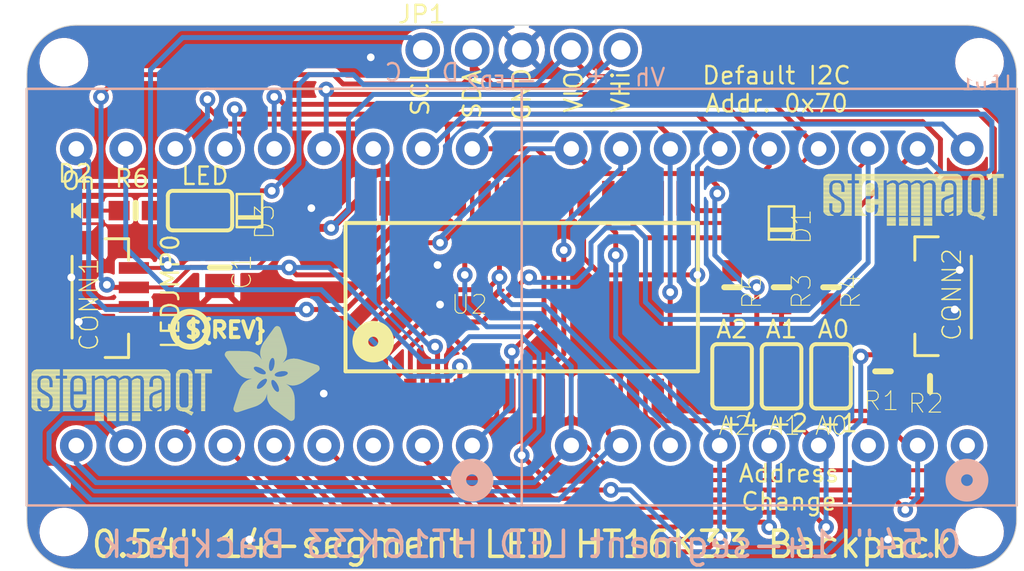
<source format=kicad_pcb>
(kicad_pcb (version 20221018) (generator pcbnew)
  (layers (0 "F.Cu" signal) (1 "In1.Cu" signal) (2 "In2.Cu" signal) (3 "In3.Cu" signal) (4 "In4.Cu" signal) (5 "In5.Cu" signal) (6 "In6.Cu" signal) (7 "In7.Cu" signal) (8 "In8.Cu" signal) (9 "In9.Cu" signal) (10 "In10.Cu" signal) (11 "In11.Cu" signal) (12 "In12.Cu" signal) (13 "In13.Cu" signal) (14 "In14.Cu" signal) (31 "B.Cu" signal) (34 "B.Paste" user) (35 "F.Paste" user) (36 "B.SilkS" user "B.Silkscreen") (37 "F.SilkS" user "F.Silkscreen") (38 "B.Mask" user) (39 "F.Mask" user) (44 "Edge.Cuts" user))
  (net 0 "")
  (net 1 "GND")
  (net 2 "N$19")
  (net 3 "N$20")
  (net 4 "A1")
  (net 5 "COM0")
  (net 6 "N$10")
  (net 7 "N$11")
  (net 8 "N$12")
  (net 9 "N$13")
  (net 10 "N$16")
  (net 11 "A0")
  (net 12 "A2")
  (net 13 "SDA")
  (net 14 "SCL")
  (net 15 "N$1")
  (net 16 "N$7")
  (net 17 "N$4")
  (net 18 "N$5")
  (net 19 "N$6")
  (net 20 "N$8")
  (net 21 "N$9")
  (net 22 "N$14")
  (net 23 "N$15")
  (net 24 "COM1")
  (net 25 "COM2")
  (net 26 "COM3")
  (net 27 "VDDIO")
  (net 28 "N$3")
  (net 29 "N$17")
  (net 30 "V+")
  (footprint "working:1X05_ROUND_70" (layer "F.Cu") (at 148.5011 92.3036)
    (fp_text reference "JP1")
    (fp_text value "")
  )
  (footprint "working:SOD-323F" (layer "F.Cu") (at 161.8361 101.1936 -90)
    (fp_text reference "D1")
    (fp_text value "CUS530")
  )
  (footprint "working:SOLDERJUMPER_REFLOW_NOPASTE" (layer "F.Cu") (at 164.3761 109.0676 -90)
    (fp_text reference "A0")
    (fp_text value "" hide)
  )
  (footprint "working:0603-NO" (layer "F.Cu") (at 164.3761 104.4956 -90)
    (fp_text reference "R4")
    (fp_text value "47K")
  )
  (footprint "working:FIDUCIAL_1MM" (layer "F.Cu") (at 124.3711 114.6556)
    (fp_text reference "U$2" hide)
    (fp_text value "FIDUCIAL" hide)
  )
  (footprint "working:SOP28_300MIL_SKINNY" (layer "F.Cu") (at 148.5011 105.0036)
    (fp_text reference "U2")
    (fp_text value "HT16K33")
  )
  (footprint "working:STEMMAQT" (layer "F.Cu") (at 123.3551 111.3536)
    (fp_text reference "U$6" hide)
    (fp_text value "" hide)
  )
  (footprint "working:SOLDERJUMPER_REFLOW_NOPASTE" (layer "F.Cu") (at 161.8361 109.0676 -90)
    (fp_text reference "A1")
    (fp_text value "" hide)
  )
  (footprint "working:FIDUCIAL_1MM" (layer "F.Cu") (at 167.5511 94.2086)
    (fp_text reference "U$1" hide)
    (fp_text value "FIDUCIAL" hide)
  )
  (footprint "" (layer "F.Cu") (at 125.0061 117.0686)
    (fp_text reference "@HOLE0" hide)
    (fp_text value "")
  )
  (footprint "working:0603-NO" (layer "F.Cu") (at 169.4561 109.4486 180)
    (fp_text reference "R2")
    (fp_text value "10K")
  )
  (footprint "working:ADAFRUIT_5MM" (layer "F.Cu") (at 133.2611 111.3536)
    (fp_text reference "U$3" hide)
    (fp_text value "" hide)
  )
  (footprint "working:JST_SH4_RA" (layer "F.Cu") (at 126.9111 105.0036 -90)
    (fp_text reference "CONN1")
    (fp_text value "STEMMA_I2C_QTRA" hide)
  )
  (footprint "" (layer "F.Cu") (at 125.0061 92.9386)
    (fp_text reference "@HOLE2" hide)
    (fp_text value "")
  )
  (footprint "working:SOD-323F" (layer "F.Cu") (at 134.5311 100.5586 -90)
    (fp_text reference "D3")
    (fp_text value "CUS530")
  )
  (footprint "working:0603-NO" (layer "F.Cu") (at 161.8361 104.4956 -90)
    (fp_text reference "R3")
    (fp_text value "47K")
  )
  (footprint "working:0603-NO" (layer "F.Cu") (at 167.0431 108.8136 90)
    (fp_text reference "R1")
    (fp_text value "10K")
  )
  (footprint "" (layer "F.Cu") (at 171.9961 92.9386)
    (fp_text reference "@HOLE3" hide)
    (fp_text value "")
  )
  (footprint "working:SOLDERJUMPER_REFLOW_NOPASTE" (layer "F.Cu") (at 159.2961 109.0676 -90)
    (fp_text reference "A2")
    (fp_text value "" hide)
  )
  (footprint "working:CHIPLED_0603_NOOUTLINE" (layer "F.Cu") (at 125.6411 100.5586 90)
    (fp_text reference "D2")
    (fp_text value "GREEN")
  )
  (footprint "working:0603-NO" (layer "F.Cu") (at 159.2961 104.4956 -90)
    (fp_text reference "R5")
    (fp_text value "47K")
  )
  (footprint "" (layer "F.Cu") (at 171.9961 117.0686)
    (fp_text reference "@HOLE1" hide)
    (fp_text value "")
  )
  (footprint "working:STEMMAQT" (layer "F.Cu") (at 163.9951 101.3206)
    (fp_text reference "U$7" hide)
    (fp_text value "" hide)
  )
  (footprint "working:0603-NO" (layer "F.Cu") (at 128.6891 100.5586 180)
    (fp_text reference "R6")
    (fp_text value "47K")
  )
  (footprint "working:0805-NO" (layer "F.Cu") (at 133.0071 103.4796 -90)
    (fp_text reference "C1")
    (fp_text value "10uF")
  )
  (footprint "working:SOLDERJUMPER_CLOSEDWIRE" (layer "F.Cu") (at 131.9911 100.5586 180)
    (fp_text reference "LEDJMP0")
    (fp_text value "")
  )
  (footprint "working:PCBFEAT-REV-040" (layer "F.Cu") (at 131.4831 106.6546)
    (fp_text reference "U$8" hide)
    (fp_text value "" hide)
  )
  (footprint "working:JST_SH4_RA" (layer "F.Cu") (at 170.0911 105.0036 90)
    (fp_text reference "CONN2")
    (fp_text value "STEMMA_I2C_QTRA" hide)
  )
  (footprint "working:SEGMENT_STARTBUST_DUAL_KWA-541CBB" (layer "B.Cu") (at 161.2011 105.0036 180)
    (fp_text reference "LED1")
    (fp_text value "")
  )
  (footprint "working:SEGMENT_STARTBUST_DUAL_KWA-541CBB" (layer "B.Cu") (at 135.8011 105.0036 180)
    (fp_text reference "LED2")
    (fp_text value "")
  )
  (gr_line (start 173.9011 116.4336) (end 173.9011 93.5736) (stroke (width 0.05)) (layer "Edge.Cuts"))
  (gr_arc (start 123.1011 93.5736) (mid 123.845049 91.777549) (end 125.6411 91.0336) (stroke (width 0.05)) (layer "Edge.Cuts"))
  (gr_arc (start 171.3611 91.0336) (mid 173.157151 91.777549) (end 173.9011 93.5736) (stroke (width 0.05)) (layer "Edge.Cuts"))
  (gr_arc (start 125.6411 118.9736) (mid 123.845049 118.229651) (end 123.1011 116.4336) (stroke (width 0.05)) (layer "Edge.Cuts"))
  (gr_line (start 123.1011 93.5736) (end 123.1011 116.4336) (stroke (width 0.05)) (layer "Edge.Cuts"))
  (gr_arc (start 173.9011 116.4336) (mid 173.157151 118.229651) (end 171.3611 118.9736) (stroke (width 0.05)) (layer "Edge.Cuts"))
  (gr_line (start 171.3611 91.0336) (end 125.6411 91.0336) (stroke (width 0.05)) (layer "Edge.Cuts"))
  (gr_line (start 125.6411 118.9736) (end 171.3611 118.9736) (stroke (width 0.05)) (layer "Edge.Cuts"))
  (gr_text "Vh" (at 154.2161 93.1926) (layer "B.SilkS") (effects (font (size 0.89408 0.89408) (thickness 0.12192)) (justify right top mirror)))
  (gr_text "C" (at 141.3891 92.9386) (layer "B.SilkS") (effects (font (size 0.89408 0.89408) (thickness 0.12192)) (justify right top mirror)))
  (gr_text "D" (at 144.3101 92.9386) (layer "B.SilkS") (effects (font (size 0.89408 0.89408) (thickness 0.12192)) (justify right top mirror)))
  (gr_text "-" (at 148.1201 93.3196) (layer "B.SilkS") (effects (font (size 0.89408 0.89408) (thickness 0.12192)) (justify right top mirror)))
  (gr_text "+" (at 151.6761 93.0656) (layer "B.SilkS") (effects (font (size 0.89408 0.89408) (thickness 0.12192)) (justify right top mirror)))
  (gr_text "0.54\" 14-segment LED HT16K33 Backpack " (at 148.5011 117.7036) (layer "B.SilkS") (effects (font (size 1.34112 1.34112) (thickness 0.18288)) (justify mirror)))
  (gr_text "A2" (at 159.2961 106.6546) (layer "F.SilkS") (effects (font (size 0.89408 0.89408) (thickness 0.12192))))
  (gr_text "SCL" (at 143.2941 94.4626 90) (layer "F.SilkS") (effects (font (size 0.89408 0.89408) (thickness 0.12192))))
  (gr_text "GND" (at 148.5011 94.5896 90) (layer "F.SilkS") (effects (font (size 0.89408 0.89408) (thickness 0.12192))))
  (gr_text "Default I2C\nAddr. 0x70" (at 161.5821 94.3356) (layer "F.SilkS") (effects (font (size 0.89408 0.89408) (thickness 0.12192))))
  (gr_text "+2" (at 162.2171 111.4806) (layer "F.SilkS") (effects (font (size 0.89408 0.89408) (thickness 0.12192))))
  (gr_text "+1" (at 164.7571 111.4806) (layer "F.SilkS") (effects (font (size 0.89408 0.89408) (thickness 0.12192))))
  (gr_text "A0" (at 164.5031 106.6546) (layer "F.SilkS") (effects (font (size 0.89408 0.89408) (thickness 0.12192))))
  (gr_text "SDA" (at 145.9611 94.5896 90) (layer "F.SilkS") (effects (font (size 0.89408 0.89408) (thickness 0.12192))))
  (gr_text "On" (at 125.7681 99.0346) (layer "F.SilkS") (effects (font (size 0.89408 0.89408) (thickness 0.12192))))
  (gr_text "LED" (at 132.2451 98.7806) (layer "F.SilkS") (effects (font (size 0.89408 0.89408) (thickness 0.12192))))
  (gr_text "0.54\" 14-segment LED HT16K33 Backpack" (at 148.5011 117.7036) (layer "F.SilkS") (effects (font (size 1.34112 1.34112) (thickness 0.18288))))
  (gr_text "+4" (at 159.6771 111.4806) (layer "F.SilkS") (effects (font (size 0.89408 0.89408) (thickness 0.12192))))
  (gr_text "A1" (at 161.8361 106.6546) (layer "F.SilkS") (effects (font (size 0.89408 0.89408) (thickness 0.12192))))
  (gr_text "VHi" (at 153.5811 94.4626 90) (layer "F.SilkS") (effects (font (size 0.89408 0.89408) (thickness 0.12192))))
  (gr_text "VIO" (at 151.1681 94.4626 90) (layer "F.SilkS") (effects (font (size 0.89408 0.89408) (thickness 0.12192))))
  (gr_text "Address\nChange" (at 162.2171 114.7826) (layer "F.SilkS") (effects (font (size 0.89408 0.89408) (thickness 0.12192))))
  (segment (start 140.2461 110.0836) (end 140.2461 109.9566) (width 0.254) (layer "F.Cu") (net 1))
  (segment (start 140.2461 109.9566) (end 138.3411 109.9566) (width 0.254) (layer "F.Cu") (net 1))
  (via (at 144.1831 103.3526) (size 0.8064) (drill 0.4) (layers "F.Cu" "B.Cu") (net 1))
  (via (at 125.7681 106.2736) (size 0.8064) (drill 0.4) (layers "F.Cu" "B.Cu") (net 1))
  (via (at 137.7061 100.4316) (size 0.8001) (drill 0.3937) (layers "F.Cu" "B.Cu") (net 1))
  (via (at 144.3101 105.3846) (size 0.8064) (drill 0.4) (layers "F.Cu" "B.Cu") (net 1))
  (via (at 140.7541 92.6846) (size 0.8001) (drill 0.3937) (layers "F.Cu" "B.Cu") (net 1))
  (via (at 138.3411 109.9566) (size 0.8001) (drill 0.3937) (layers "F.Cu" "B.Cu") (net 1))
  (via (at 170.7261 105.6386) (size 0.8064) (drill 0.4) (layers "F.Cu" "B.Cu") (net 1))
  (via (at 134.5311 117.4496) (size 0.8064) (drill 0.4) (layers "F.Cu" "B.Cu") (net 1))
  (via (at 125.3871 103.9876) (size 0.8064) (drill 0.4) (layers "F.Cu" "B.Cu") (net 1))
  (via (at 170.9801 103.6066) (size 0.8064) (drill 0.4) (layers "F.Cu" "B.Cu") (net 1))
  (via (at 167.2971 117.4496) (size 0.8064) (drill 0.4) (layers "F.Cu" "B.Cu") (net 1))
  (segment (start 161.8361 108.3056) (end 161.8361 105.3456) (width 0.254) (layer "F.Cu") (net 2))
  (segment (start 164.3761 108.3056) (end 164.3761 105.3456) (width 0.254) (layer "F.Cu") (net 3))
  (segment (start 144.3101 102.2096) (end 144.4371 102.2096) (width 0.254) (layer "F.Cu") (net 4))
  (segment (start 151.0411 97.3836) (end 152.3111 98.6536) (width 0.254) (layer "F.Cu") (net 4))
  (segment (start 158.539587 99.294088) (end 157.8991 98.6536) (width 0.254) (layer "F.Cu") (net 4))
  (segment (start 160.5661 109.4486) (end 160.9471 109.8296) (width 0.254) (layer "F.Cu") (net 4))
  (segment (start 145.3261 101.3206) (end 145.3261 99.9236) (width 0.254) (layer "F.Cu") (net 4))
  (segment (start 158.539587 99.294088) (end 158.539587 99.675088) (width 0.254) (layer "F.Cu") (net 4))
  (segment (start 152.3111 98.6536) (end 157.8991 98.6536) (width 0.254) (layer "F.Cu") (net 4))
  (segment (start 145.3261 101.3206) (end 144.4371 102.2096) (width 0.254) (layer "F.Cu") (net 4))
  (segment (start 160.5661 104.4956) (end 160.5661 109.4486) (width 0.254) (layer "F.Cu") (net 4))
  (segment (start 160.9471 109.8296) (end 161.8361 109.8296) (width 0.254) (layer "F.Cu") (net 4))
  (segment (start 142.9131 102.2096) (end 139.4841 105.6386) (width 0.254) (layer "F.Cu") (net 4))
  (segment (start 139.4841 105.6386) (end 137.4521 105.6386) (width 0.254) (layer "F.Cu") (net 4))
  (segment (start 144.3101 102.2096) (end 142.9131 102.2096) (width 0.254) (layer "F.Cu") (net 4))
  (via (at 144.3101 102.2096) (size 0.8001) (drill 0.3937) (layers "F.Cu" "B.Cu") (net 4))
  (via (at 160.5661 104.4956) (size 0.8064) (drill 0.4) (layers "F.Cu" "B.Cu") (net 4))
  (via (at 137.4521 105.6386) (size 0.8001) (drill 0.3937) (layers "F.Cu" "B.Cu") (net 4))
  (via (at 158.539587 99.675088) (size 0.8064) (drill 0.4) (layers "F.Cu" "B.Cu") (net 4))
  (segment (start 144.3101 101.9556) (end 144.3101 102.2096) (width 0.254) (layer "B.Cu") (net 4))
  (segment (start 160.5661 104.4956) (end 160.0581 104.4956) (width 0.254) (layer "B.Cu") (net 4))
  (segment (start 126.2761 98.0186) (end 126.2761 104.7496) (width 0.254) (layer "B.Cu") (net 4))
  (segment (start 127.1651 105.6386) (end 126.2761 104.7496) (width 0.254) (layer "B.Cu") (net 4))
  (segment (start 160.0581 104.4956) (end 158.412587 102.850088) (width 0.254) (layer "B.Cu") (net 4))
  (segment (start 148.8821 97.3836) (end 144.3101 101.9556) (width 0.254) (layer "B.Cu") (net 4))
  (segment (start 158.539587 99.675088) (end 158.412587 99.802088) (width 0.254) (layer "B.Cu") (net 4))
  (segment (start 137.4521 105.6386) (end 127.1651 105.6386) (width 0.254) (layer "B.Cu") (net 4))
  (segment (start 158.412587 99.802088) (end 158.412587 102.850088) (width 0.254) (layer "B.Cu") (net 4))
  (segment (start 126.2761 98.0186) (end 125.6411 97.3836) (width 0.254) (layer "B.Cu") (net 4))
  (segment (start 151.0411 97.3836) (end 148.8821 97.3836) (width 0.254) (layer "B.Cu") (net 4))
  (segment (start 141.5161 108.0516) (end 143.2941 106.2736) (width 0.254) (layer "F.Cu") (net 5))
  (segment (start 166.2811 97.3836) (end 166.2811 97.8916) (width 0.2032) (layer "F.Cu") (net 5))
  (segment (start 141.5161 110.0836) (end 141.5161 108.0516) (width 0.254) (layer "F.Cu") (net 5))
  (segment (start 146.4691 106.2736) (end 148.7551 103.9876) (width 0.254) (layer "F.Cu") (net 5))
  (segment (start 143.2941 106.2736) (end 146.4691 106.2736) (width 0.254) (layer "F.Cu") (net 5))
  (segment (start 163.9791 100.1936) (end 161.8361 100.1936) (width 0.2032) (layer "F.Cu") (net 5))
  (segment (start 148.7551 103.9876) (end 148.8821 103.9876) (width 0.254) (layer "F.Cu") (net 5))
  (segment (start 166.2811 97.8916) (end 163.9791 100.1936) (width 0.2032) (layer "F.Cu") (net 5))
  (via (at 148.8821 103.9876) (size 0.8064) (drill 0.4) (layers "F.Cu" "B.Cu") (net 5))
  (segment (start 166.2811 97.3836) (end 166.2811 103.2256) (width 0.254) (layer "B.Cu") (net 5))
  (segment (start 154.8511 105.2576) (end 154.8511 101.9556) (width 0.254) (layer "B.Cu") (net 5))
  (segment (start 154.3431 101.4476) (end 152.8191 101.4476) (width 0.254) (layer "B.Cu") (net 5))
  (segment (start 152.8191 101.4476) (end 152.0571 102.2096) (width 0.254) (layer "B.Cu") (net 5))
  (segment (start 154.8511 101.9556) (end 154.3431 101.4476) (width 0.254) (layer "B.Cu") (net 5))
  (segment (start 152.0571 102.2096) (end 152.0571 103.4796) (width 0.254) (layer "B.Cu") (net 5))
  (segment (start 151.2951 104.2416) (end 152.0571 103.4796) (width 0.254) (layer "B.Cu") (net 5))
  (segment (start 166.2811 103.2256) (end 163.3601 106.1466) (width 0.254) (layer "B.Cu") (net 5))
  (segment (start 163.3601 106.1466) (end 155.7401 106.1466) (width 0.254) (layer "B.Cu") (net 5))
  (segment (start 149.1361 104.2416) (end 151.2951 104.2416) (width 0.254) (layer "B.Cu") (net 5))
  (segment (start 155.7401 106.1466) (end 154.8511 105.2576) (width 0.254) (layer "B.Cu") (net 5))
  (segment (start 148.8821 103.9876) (end 149.1361 104.2416) (width 0.254) (layer "B.Cu") (net 5))
  (segment (start 138.8491 108.3056) (end 134.9121 108.3056) (width 0.254) (layer "F.Cu") (net 6))
  (segment (start 142.5321 104.6226) (end 146.7231 104.6226) (width 0.254) (layer "F.Cu") (net 6))
  (segment (start 147.8661 99.9236) (end 147.8661 101.8286) (width 0.254) (layer "F.Cu") (net 6))
  (segment (start 130.7211 112.4966) (end 130.7211 112.6236) (width 0.254) (layer "F.Cu") (net 6))
  (segment (start 147.3581 102.3366) (end 147.3581 103.9876) (width 0.254) (layer "F.Cu") (net 6))
  (segment (start 142.5321 104.6226) (end 138.8491 108.3056) (width 0.254) (layer "F.Cu") (net 6))
  (segment (start 134.9121 108.3056) (end 130.7211 112.4966) (width 0.254) (layer "F.Cu") (net 6))
  (segment (start 147.8661 101.8286) (end 147.3581 102.3366) (width 0.254) (layer "F.Cu") (net 6))
  (segment (start 147.3581 103.9876) (end 146.7231 104.6226) (width 0.254) (layer "F.Cu") (net 6))
  (via (at 147.3581 103.9876) (size 0.8001) (drill 0.3937) (layers "F.Cu" "B.Cu") (net 6))
  (segment (start 156.1211 112.6236) (end 156.1211 111.8616) (width 0.254) (layer "B.Cu") (net 6))
  (segment (start 156.1211 111.8616) (end 149.6441 105.3846) (width 0.254) (layer "B.Cu") (net 6))
  (segment (start 147.9931 105.3846) (end 147.3581 104.7496) (width 0.254) (layer "B.Cu") (net 6))
  (segment (start 147.3581 104.7496) (end 147.3581 103.9876) (width 0.254) (layer "B.Cu") (net 6))
  (segment (start 149.6441 105.3846) (end 147.9931 105.3846) (width 0.254) (layer "B.Cu") (net 6))
  (segment (start 171.3611 113.7666) (end 171.3611 112.6236) (width 0.254) (layer "F.Cu") (net 7))
  (segment (start 148.2471 115.7986) (end 155.9941 115.7986) (width 0.254) (layer "F.Cu") (net 7))
  (segment (start 149.6441 103.2256) (end 149.1361 102.7176) (width 0.254) (layer "F.Cu") (net 7))
  (segment (start 149.1361 99.9236) (end 149.1361 102.7176) (width 0.254) (layer "F.Cu") (net 7))
  (segment (start 170.2181 114.9096) (end 156.8831 114.9096) (width 0.254) (layer "F.Cu") (net 7))
  (segment (start 171.3611 113.7666) (end 170.2181 114.9096) (width 0.254) (layer "F.Cu") (net 7))
  (segment (start 148.2471 115.7986) (end 145.9611 113.5126) (width 0.254) (layer "F.Cu") (net 7))
  (segment (start 155.9941 115.7986) (end 156.8831 114.9096) (width 0.254) (layer "F.Cu") (net 7))
  (segment (start 149.6441 106.1466) (end 147.9931 107.7976) (width 0.254) (layer "F.Cu") (net 7))
  (segment (start 145.9611 112.6236) (end 145.9611 113.5126) (width 0.254) (layer "F.Cu") (net 7))
  (segment (start 149.6441 103.2256) (end 149.6441 106.1466) (width 0.254) (layer "F.Cu") (net 7))
  (via (at 147.9931 107.7976) (size 0.8001) (drill 0.3937) (layers "F.Cu" "B.Cu") (net 7))
  (segment (start 147.9931 110.5916) (end 145.9611 112.6236) (width 0.254) (layer "B.Cu") (net 7))
  (segment (start 147.9931 107.7976) (end 147.9931 110.5916) (width 0.254) (layer "B.Cu") (net 7))
  (segment (start 149.2631 97.3836) (end 150.4061 98.5266) (width 0.254) (layer "F.Cu") (net 8))
  (segment (start 150.4061 98.5266) (end 150.4061 99.9236) (width 0.254) (layer "F.Cu") (net 8))
  (segment (start 145.9611 97.3836) (end 149.2631 97.3836) (width 0.254) (layer "F.Cu") (net 8))
  (segment (start 146.9771 96.1136) (end 145.9611 97.1296) (width 0.254) (layer "B.Cu") (net 8))
  (segment (start 171.3611 97.3836) (end 170.0911 96.1136) (width 0.254) (layer "B.Cu") (net 8))
  (segment (start 145.9611 97.1296) (end 145.9611 97.3836) (width 0.254) (layer "B.Cu") (net 8))
  (segment (start 170.0911 96.1136) (end 146.9771 96.1136) (width 0.254) (layer "B.Cu") (net 8))
  (segment (start 151.6761 102.9716) (end 151.6761 99.9236) (width 0.254) (layer "F.Cu") (net 9))
  (segment (start 133.7691 95.3516) (end 134.0231 95.6056) (width 0.254) (layer "F.Cu") (net 9))
  (segment (start 157.5181 95.6056) (end 158.6611 96.7486) (width 0.254) (layer "F.Cu") (net 9))
  (segment (start 134.0231 95.6056) (end 157.5181 95.6056) (width 0.254) (layer "F.Cu") (net 9))
  (segment (start 157.5181 103.8606) (end 152.5651 103.8606) (width 0.254) (layer "F.Cu") (net 9))
  (segment (start 158.6611 96.7486) (end 158.6611 97.3836) (width 0.254) (layer "F.Cu") (net 9))
  (segment (start 152.5651 103.8606) (end 151.6761 102.9716) (width 0.254) (layer "F.Cu") (net 9))
  (via (at 133.7691 95.3516) (size 0.8001) (drill 0.3937) (layers "F.Cu" "B.Cu") (net 9))
  (via (at 157.5181 103.8606) (size 0.8001) (drill 0.3937) (layers "F.Cu" "B.Cu") (net 9))
  (segment (start 158.6611 97.3836) (end 158.4071 97.3836) (width 0.254) (layer "B.Cu") (net 9))
  (segment (start 158.4071 97.3836) (end 157.5181 98.2726) (width 0.254) (layer "B.Cu") (net 9))
  (segment (start 133.2611 97.3836) (end 133.7691 96.8756) (width 0.254) (layer "B.Cu") (net 9))
  (segment (start 133.7691 95.3516) (end 133.7691 96.8756) (width 0.254) (layer "B.Cu") (net 9))
  (segment (start 157.5181 98.2726) (end 157.5181 103.8606) (width 0.254) (layer "B.Cu") (net 9))
  (segment (start 158.6611 117.3226) (end 157.8991 118.0846) (width 0.254) (layer "F.Cu") (net 10))
  (segment (start 152.9461 101.3206) (end 152.9461 99.9236) (width 0.254) (layer "F.Cu") (net 10))
  (segment (start 153.3271 101.7016) (end 152.9461 101.3206) (width 0.254) (layer "F.Cu") (net 10))
  (segment (start 153.3271 101.7016) (end 153.3271 102.8446) (width 0.254) (layer "F.Cu") (net 10))
  (segment (start 157.8991 118.0846) (end 138.7221 118.0846) (width 0.254) (layer "F.Cu") (net 10))
  (segment (start 133.2611 112.6236) (end 138.7221 118.0846) (width 0.254) (layer "F.Cu") (net 10))
  (via (at 158.6611 117.3226) (size 0.8001) (drill 0.3937) (layers "F.Cu" "B.Cu") (net 10))
  (via (at 153.3271 102.8446) (size 0.8001) (drill 0.3937) (layers "F.Cu" "B.Cu") (net 10))
  (segment (start 153.3271 102.8446) (end 153.3271 107.0356) (width 0.254) (layer "B.Cu") (net 10))
  (segment (start 158.6611 112.6236) (end 158.6611 112.3696) (width 0.254) (layer "B.Cu") (net 10))
  (segment (start 158.6611 117.3226) (end 158.6611 112.6236) (width 0.254) (layer "B.Cu") (net 10))
  (segment (start 158.6611 112.3696) (end 153.3271 107.0356) (width 0.254) (layer "B.Cu") (net 10))
  (segment (start 161.4551 114.4016) (end 161.9631 113.8936) (width 0.2032) (layer "F.Cu") (net 11))
  (segment (start 146.5961 99.9236) (end 146.5961 101.3206) (width 0.254) (layer "F.Cu") (net 11))
  (segment (start 145.5801 103.8606) (end 145.5801 102.3366) (width 0.254) (layer "F.Cu") (net 11))
  (segment (start 164.3761 109.8296) (end 165.3921 110.8456) (width 0.2032) (layer "F.Cu") (net 11))
  (segment (start 169.7101 113.8936) (end 170.0911 113.5126) (width 0.2032) (layer "F.Cu") (net 11))
  (segment (start 153.5811 114.4016) (end 161.4551 114.4016) (width 0.2032) (layer "F.Cu") (net 11))
  (segment (start 170.0911 112.1156) (end 169.2021 111.2266) (width 0.2032) (layer "F.Cu") (net 11))
  (segment (start 170.0911 113.5126) (end 170.0911 112.1156) (width 0.2032) (layer "F.Cu") (net 11))
  (segment (start 165.3921 110.8456) (end 167.614437 110.8456) (width 0.2032) (layer "F.Cu") (net 11))
  (segment (start 167.614437 110.8456) (end 167.995437 111.2266) (width 0.2032) (layer "F.Cu") (net 11))
  (segment (start 151.0411 112.6236) (end 151.8031 112.6236) (width 0.2032) (layer "F.Cu") (net 11))
  (segment (start 153.5811 114.4016) (end 151.8031 112.6236) (width 0.2032) (layer "F.Cu") (net 11))
  (segment (start 167.995437 111.2266) (end 169.2021 111.2266) (width 0.2032) (layer "F.Cu") (net 11))
  (segment (start 146.5961 101.3206) (end 145.5801 102.3366) (width 0.254) (layer "F.Cu") (net 11))
  (segment (start 161.9631 113.8936) (end 169.7101 113.8936) (width 0.2032) (layer "F.Cu") (net 11))
  (via (at 145.5801 103.8606) (size 0.8001) (drill 0.3937) (layers "F.Cu" "B.Cu") (net 11))
  (segment (start 126.6571 114.5286) (end 125.6411 113.5126) (width 0.254) (layer "B.Cu") (net 11))
  (segment (start 149.0091 106.5276) (end 146.7231 106.5276) (width 0.254) (layer "B.Cu") (net 11))
  (segment (start 151.0411 112.6236) (end 151.0411 108.5596) (width 0.254) (layer "B.Cu") (net 11))
  (segment (start 151.0411 108.5596) (end 149.0091 106.5276) (width 0.254) (layer "B.Cu") (net 11))
  (segment (start 151.0411 112.6236) (end 149.1361 114.5286) (width 0.254) (layer "B.Cu") (net 11))
  (segment (start 149.1361 114.5286) (end 126.6571 114.5286) (width 0.254) (layer "B.Cu") (net 11))
  (segment (start 145.5801 105.3846) (end 145.5801 103.8606) (width 0.254) (layer "B.Cu") (net 11))
  (segment (start 146.7231 106.5276) (end 145.5801 105.3846) (width 0.254) (layer "B.Cu") (net 11))
  (segment (start 125.6411 113.5126) (end 125.6411 112.6236) (width 0.254) (layer "B.Cu") (net 11))
  (segment (start 144.6911 96.1136) (end 155.4861 96.1136) (width 0.254) (layer "F.Cu") (net 12))
  (segment (start 155.4861 96.1136) (end 156.1211 96.7486) (width 0.254) (layer "F.Cu") (net 12))
  (segment (start 156.1211 106.981875) (end 156.1211 104.7496) (width 0.254) (layer "F.Cu") (net 12))
  (segment (start 144.6911 98.0186) (end 144.6911 96.1136) (width 0.254) (layer "F.Cu") (net 12))
  (segment (start 158.968825 109.8296) (end 156.1211 106.981875) (width 0.254) (layer "F.Cu") (net 12))
  (segment (start 156.1211 96.7486) (end 156.1211 97.3836) (width 0.254) (layer "F.Cu") (net 12))
  (segment (start 159.2961 109.8296) (end 158.968825 109.8296) (width 0.254) (layer "F.Cu") (net 12))
  (segment (start 144.0561 98.6536) (end 144.6911 98.0186) (width 0.254) (layer "F.Cu") (net 12))
  (segment (start 132.3721 94.8436) (end 132.3721 95.2246) (width 0.254) (layer "F.Cu") (net 12))
  (segment (start 133.2611 96.1136) (end 132.3721 95.2246) (width 0.254) (layer "F.Cu") (net 12))
  (segment (start 144.0561 99.9236) (end 144.0561 98.6536) (width 0.254) (layer "F.Cu") (net 12))
  (segment (start 133.2611 96.1136) (end 144.6911 96.1136) (width 0.254) (layer "F.Cu") (net 12))
  (via (at 156.1211 104.7496) (size 0.8064) (drill 0.4) (layers "F.Cu" "B.Cu") (net 12))
  (via (at 132.3721 94.8436) (size 0.8001) (drill 0.3937) (layers "F.Cu" "B.Cu") (net 12))
  (segment (start 130.7211 97.3836) (end 132.3721 95.7326) (width 0.254) (layer "B.Cu") (net 12))
  (segment (start 156.1211 104.7496) (end 156.1211 97.3836) (width 0.254) (layer "B.Cu") (net 12))
  (segment (start 132.3721 94.8436) (end 132.3721 95.7326) (width 0.254) (layer "B.Cu") (net 12))
  (segment (start 169.9895 96.899632) (end 169.9895 98.5012) (width 0.254) (layer "F.Cu") (net 13))
  (segment (start 141.5161 101.0666) (end 141.5161 99.9236) (width 0.254) (layer "F.Cu") (net 13))
  (segment (start 130.4591 104.5036) (end 131.5083 103.4544) (width 0.2032) (layer "F.Cu") (net 13))
  (segment (start 131.5083 103.4544) (end 134.9373 103.4544) (width 0.2032) (layer "F.Cu") (net 13))
  (segment (start 167.1621 105.5036) (end 168.4051 105.5036) (width 0.254) (layer "F.Cu") (net 13))
  (segment (start 169.076468 95.9866) (end 169.9895 96.899632) (width 0.254) (layer "F.Cu") (net 13))
  (segment (start 127.3477 104.5036) (end 127.2127 104.3686) (width 0.254) (layer "F.Cu") (net 13))
  (segment (start 147.0279 94.1324) (end 145.8341 92.9386) (width 0.254) (layer "F.Cu") (net 13))
  (segment (start 145.9611 92.3036) (end 145.8341 92.4306) (width 0.254) (layer "F.Cu") (net 13))
  (segment (start 169.7101 106.1466) (end 169.0671 105.5036) (width 0.254) (layer "F.Cu") (net 13))
  (segment (start 161.136481 94.1324) (end 147.0279 94.1324) (width 0.254) (layer "F.Cu") (net 13))
  (segment (start 168.6061 108.1396) (end 169.7101 107.0356) (width 0.254) (layer "F.Cu") (net 13))
  (segment (start 126.9111 94.5896) (end 127.9271 93.5736) (width 0.254) (layer "F.Cu") (net 13))
  (segment (start 162.990681 95.9866) (end 169.076468 95.9866) (width 0.254) (layer "F.Cu") (net 13))
  (segment (start 166.7891 105.1306) (end 167.1621 105.5036) (width 0.254) (layer "F.Cu") (net 13))
  (segment (start 139.93495 102.64775) (end 141.5161 101.0666) (width 0.254) (layer "F.Cu") (net 13))
  (segment (start 135.74395 102.64775) (end 139.93495 102.64775) (width 0.254) (layer "F.Cu") (net 13))
  (segment (start 139.3317 94.0562) (end 138.8491 93.5736) (width 0.254) (layer "F.Cu") (net 13))
  (segment (start 168.6061 109.4486) (end 168.6061 108.1396) (width 0.254) (layer "F.Cu") (net 13))
  (segment (start 169.9895 98.5012) (end 166.7891 101.7016) (width 0.254) (layer "F.Cu") (net 13))
  (segment (start 145.9611 93.5736) (end 145.4785 94.0562) (width 0.254) (layer "F.Cu") (net 13))
  (segment (start 128.5971 104.5036) (end 130.4591 104.5036) (width 0.2032) (layer "F.Cu") (net 13))
  (segment (start 145.8341 92.9386) (end 145.8341 92.4306) (width 0.254) (layer "F.Cu") (net 13))
  (segment (start 126.9111 94.7166) (end 126.9111 94.5896) (width 0.254) (layer "F.Cu") (net 13))
  (segment (start 161.136481 94.1324) (end 162.990681 95.9866) (width 0.254) (layer "F.Cu") (net 13))
  (segment (start 145.9611 92.3036) (end 145.9611 93.5736) (width 0.254) (layer "F.Cu") (net 13))
  (segment (start 145.4785 94.0562) (end 139.3317 94.0562) (width 0.254) (layer "F.Cu") (net 13))
  (segment (start 169.7101 107.0356) (end 169.7101 106.1466) (width 0.254) (layer "F.Cu") (net 13))
  (segment (start 128.5971 104.5036) (end 127.3477 104.5036) (width 0.254) (layer "F.Cu") (net 13))
  (segment (start 138.8491 93.5736) (end 127.9271 93.5736) (width 0.254) (layer "F.Cu") (net 13))
  (segment (start 166.7891 101.7016) (end 166.7891 105.1306) (width 0.254) (layer "F.Cu") (net 13))
  (segment (start 134.9373 103.4544) (end 135.74395 102.64775) (width 0.2032) (layer "F.Cu") (net 13))
  (segment (start 169.0671 105.5036) (end 168.4051 105.5036) (width 0.254) (layer "F.Cu") (net 13))
  (via (at 127.2127 104.3686) (size 0.8064) (drill 0.4) (layers "F.Cu" "B.Cu") (net 13))
  (via (at 126.9111 94.7166) (size 0.8064) (drill 0.4) (layers "F.Cu" "B.Cu") (net 13))
  (segment (start 126.9111 104.067) (end 126.9111 94.7166) (width 0.254) (layer "B.Cu") (net 13))
  (segment (start 127.2127 104.3686) (end 126.9111 104.067) (width 0.254) (layer "B.Cu") (net 13))
  (segment (start 128.5971 103.5036) (end 130.1891 103.5036) (width 0.2032) (layer "F.Cu") (net 14))
  (segment (start 142.7861 101.4476) (end 142.7861 99.9236) (width 0.254) (layer "F.Cu") (net 14))
  (segment (start 130.1891 103.5036) (end 130.3401 103.3526) (width 0.2032) (layer "F.Cu") (net 14))
  (segment (start 167.0431 107.9636) (end 168.4051 106.6016) (width 0.254) (layer "F.Cu") (net 14))
  (segment (start 168.4051 106.6016) (end 168.4051 106.5036) (width 0.254) (layer "F.Cu") (net 14))
  (segment (start 136.5631 103.4796) (end 136.9441 103.8606) (width 0.254) (layer "F.Cu") (net 14))
  (segment (start 148.5011 113.1316) (end 150.2791 114.9096) (width 0.254) (layer "F.Cu") (net 14))
  (segment (start 150.2791 114.9096) (end 153.0731 114.9096) (width 0.254) (layer "F.Cu") (net 14))
  (segment (start 136.9441 103.8606) (end 140.3731 103.8606) (width 0.254) (layer "F.Cu") (net 14))
  (segment (start 165.9881 107.9636) (end 165.9001 108.0516) (width 0.254) (layer "F.Cu") (net 14))
  (segment (start 140.3731 103.8606) (end 142.7861 101.4476) (width 0.254) (layer "F.Cu") (net 14))
  (segment (start 153.0731 114.9096) (end 153.080465 114.902234) (width 0.254) (layer "F.Cu") (net 14))
  (segment (start 167.0431 107.9636) (end 165.9881 107.9636) (width 0.254) (layer "F.Cu") (net 14))
  (via (at 130.3401 103.3526) (size 0.8064) (drill 0.4) (layers "F.Cu" "B.Cu") (net 14))
  (via (at 148.5011 113.1316) (size 0.8064) (drill 0.4) (layers "F.Cu" "B.Cu") (net 14))
  (via (at 136.5631 103.4796) (size 0.8001) (drill 0.3937) (layers "F.Cu" "B.Cu") (net 14))
  (via (at 165.9001 108.0516) (size 0.8064) (drill 0.4) (layers "F.Cu" "B.Cu") (net 14))
  (via (at 153.080465 114.902234) (size 0.8064) (drill 0.4) (layers "F.Cu" "B.Cu") (net 14))
  (segment (start 129.4511 102.4636) (end 130.3401 103.3526) (width 0.254) (layer "B.Cu") (net 14))
  (segment (start 129.4511 100.8126) (end 129.4511 102.4636) (width 0.254) (layer "B.Cu") (net 14))
  (segment (start 165.9001 108.0516) (end 165.9001 111.352231) (width 0.254) (layer "B.Cu") (net 14))
  (segment (start 165.1127 112.139631) (end 165.1127 117.094) (width 0.254) (layer "B.Cu") (net 14))
  (segment (start 164.1221 118.0846) (end 157.2641 118.0846) (width 0.254) (layer "B.Cu") (net 14))
  (segment (start 132.1181 103.4796) (end 130.4671 103.4796) (width 0.254) (layer "B.Cu") (net 14))
  (segment (start 153.080465 114.902234) (end 154.081734 114.902234) (width 0.254) (layer "B.Cu") (net 14))
  (segment (start 149.3901 111.8616) (end 148.5011 112.7506) (width 0.254) (layer "B.Cu") (net 14))
  (segment (start 142.7861 91.6686) (end 131.1021 91.6686) (width 0.254) (layer "B.Cu") (net 14))
  (segment (start 143.4211 92.3036) (end 142.7861 91.6686) (width 0.254) (layer "B.Cu") (net 14))
  (segment (start 136.5631 103.4796) (end 138.606682 103.4796) (width 0.254) (layer "B.Cu") (net 14))
  (segment (start 130.4671 103.4796) (end 130.4036 103.4161) (width 0.254) (layer "B.Cu") (net 14))
  (segment (start 165.1127 117.094) (end 164.1221 118.0846) (width 0.254) (layer "B.Cu") (net 14))
  (segment (start 148.5011 112.7506) (end 148.5011 113.1316) (width 0.254) (layer "B.Cu") (net 14))
  (segment (start 143.432682 108.3056) (end 144.547369 108.3056) (width 0.254) (layer "B.Cu") (net 14))
  (segment (start 129.4511 93.3196) (end 129.4511 100.8126) (width 0.254) (layer "B.Cu") (net 14))
  (segment (start 165.9001 111.352231) (end 165.1127 112.139631) (width 0.254) (layer "B.Cu") (net 14))
  (segment (start 145.817369 107.0356) (end 148.5011 107.0356) (width 0.254) (layer "B.Cu") (net 14))
  (segment (start 138.606682 103.4796) (end 143.432682 108.3056) (width 0.254) (layer "B.Cu") (net 14))
  (segment (start 157.2641 118.0846) (end 154.081734 114.902234) (width 0.254) (layer "B.Cu") (net 14))
  (segment (start 144.547369 108.3056) (end 145.817369 107.0356) (width 0.254) (layer "B.Cu") (net 14))
  (segment (start 130.4036 103.4161) (end 130.3401 103.3526) (width 0.254) (layer "B.Cu") (net 14))
  (segment (start 132.1181 103.4796) (end 136.5631 103.4796) (width 0.254) (layer "B.Cu") (net 14))
  (segment (start 131.1021 91.6686) (end 129.4511 93.3196) (width 0.254) (layer "B.Cu") (net 14))
  (segment (start 149.3901 107.9246) (end 149.3901 111.8616) (width 0.254) (layer "B.Cu") (net 14))
  (segment (start 148.5011 107.0356) (end 149.3901 107.9246) (width 0.254) (layer "B.Cu") (net 14))
  (segment (start 159.2961 103.6456) (end 161.8361 103.6456) (width 0.254) (layer "F.Cu") (net 15))
  (segment (start 161.8361 103.6456) (end 164.3761 103.6456) (width 0.254) (layer "F.Cu") (net 15))
  (segment (start 161.8361 102.1936) (end 161.8361 103.6456) (width 0.2032) (layer "F.Cu") (net 15))
  (segment (start 159.2961 108.3056) (end 159.2961 105.3456) (width 0.254) (layer "F.Cu") (net 16))
  (segment (start 160.1851 101.9556) (end 161.0741 101.0666) (width 0.254) (layer "F.Cu") (net 17))
  (segment (start 165.1381 101.0666) (end 168.8211 97.3836) (width 0.254) (layer "F.Cu") (net 17))
  (segment (start 154.2161 99.9236) (end 154.2161 101.3206) (width 0.254) (layer "F.Cu") (net 17))
  (segment (start 154.8511 101.9556) (end 160.1851 101.9556) (width 0.254) (layer "F.Cu") (net 17))
  (segment (start 154.2161 101.3206) (end 154.8511 101.9556) (width 0.254) (layer "F.Cu") (net 17))
  (segment (start 161.0741 101.0666) (end 165.1381 101.0666) (width 0.254) (layer "F.Cu") (net 17))
  (segment (start 170.0911 98.6536) (end 172.3771 98.6536) (width 0.254) (layer "B.Cu") (net 17))
  (segment (start 145.5801 95.6056) (end 143.8021 97.3836) (width 0.254) (layer "B.Cu") (net 17))
  (segment (start 172.6311 95.9866) (end 172.2501 95.6056) (width 0.254) (layer "B.Cu") (net 17))
  (segment (start 143.8021 97.3836) (end 143.4211 97.3836) (width 0.254) (layer "B.Cu") (net 17))
  (segment (start 172.3771 98.6536) (end 172.6311 98.3996) (width 0.254) (layer "B.Cu") (net 17))
  (segment (start 172.6311 98.3996) (end 172.6311 95.9866) (width 0.254) (layer "B.Cu") (net 17))
  (segment (start 172.2501 95.6056) (end 145.5801 95.6056) (width 0.254) (layer "B.Cu") (net 17))
  (segment (start 168.8211 97.3836) (end 170.0911 98.6536) (width 0.254) (layer "B.Cu") (net 17))
  (segment (start 155.7401 101.1936) (end 158.9151 101.1936) (width 0.2032) (layer "F.Cu") (net 18))
  (segment (start 163.7411 97.3836) (end 163.6776 97.3201) (width 0.254) (layer "F.Cu") (net 18))
  (segment (start 161.3281 98.7806) (end 162.2171 98.7806) (width 0.2032) (layer "F.Cu") (net 18))
  (segment (start 155.4861 99.9236) (end 155.4861 100.9396) (width 0.2032) (layer "F.Cu") (net 18))
  (segment (start 138.7221 94.5896) (end 138.4681 94.3356) (width 0.254) (layer "F.Cu") (net 18))
  (segment (start 160.9471 94.5896) (end 138.7221 94.5896) (width 0.254) (layer "F.Cu") (net 18))
  (segment (start 155.4861 100.9396) (end 155.7401 101.1936) (width 0.2032) (layer "F.Cu") (net 18))
  (segment (start 162.2171 98.7806) (end 163.6776 97.3201) (width 0.2032) (layer "F.Cu") (net 18))
  (segment (start 158.9151 101.1936) (end 161.3281 98.7806) (width 0.2032) (layer "F.Cu") (net 18))
  (segment (start 163.6776 97.3201) (end 160.9471 94.5896) (width 0.254) (layer "F.Cu") (net 18))
  (via (at 138.4681 94.3356) (size 0.8001) (drill 0.3937) (layers "F.Cu" "B.Cu") (net 18))
  (segment (start 138.4681 97.2566) (end 138.3411 97.3836) (width 0.254) (layer "B.Cu") (net 18))
  (segment (start 138.4681 94.3356) (end 138.4681 97.2566) (width 0.254) (layer "B.Cu") (net 18))
  (segment (start 161.2011 97.3836) (end 158.9151 95.0976) (width 0.254) (layer "F.Cu") (net 19))
  (segment (start 158.9151 100.5586) (end 157.3911 100.5586) (width 0.254) (layer "F.Cu") (net 19))
  (segment (start 135.9281 94.7166) (end 135.8011 94.7166) (width 0.254) (layer "F.Cu") (net 19))
  (segment (start 156.7561 99.9236) (end 157.3911 100.5586) (width 0.254) (layer "F.Cu") (net 19))
  (segment (start 161.2011 98.2726) (end 161.2011 97.3836) (width 0.254) (layer "F.Cu") (net 19))
  (segment (start 136.3091 95.0976) (end 135.9281 94.7166) (width 0.254) (layer "F.Cu") (net 19))
  (segment (start 158.9151 95.0976) (end 136.3091 95.0976) (width 0.254) (layer "F.Cu") (net 19))
  (segment (start 161.2011 98.2726) (end 158.9151 100.5586) (width 0.254) (layer "F.Cu") (net 19))
  (via (at 135.8011 94.7166) (size 0.8001) (drill 0.3937) (layers "F.Cu" "B.Cu") (net 19))
  (segment (start 135.8011 94.7166) (end 135.8011 97.3836) (width 0.254) (layer "B.Cu") (net 19))
  (segment (start 168.1861 115.9256) (end 167.6781 115.4176) (width 0.254) (layer "F.Cu") (net 20))
  (segment (start 167.6781 115.4176) (end 157.1371 115.4176) (width 0.254) (layer "F.Cu") (net 20))
  (segment (start 168.3131 112.6236) (end 167.0431 111.3536) (width 0.254) (layer "F.Cu") (net 20))
  (segment (start 163.6141 111.3536) (end 163.1569 110.8964) (width 0.254) (layer "F.Cu") (net 20))
  (segment (start 156.2481 116.3066) (end 146.4691 116.3066) (width 0.254) (layer "F.Cu") (net 20))
  (segment (start 143.4211 112.6236) (end 143.4211 113.2586) (width 0.254) (layer "F.Cu") (net 20))
  (segment (start 156.7561 110.0836) (end 157.5689 110.8964) (width 0.254) (layer "F.Cu") (net 20))
  (segment (start 168.3131 112.6236) (end 168.8211 112.6236) (width 0.254) (layer "F.Cu") (net 20))
  (segment (start 157.1371 115.4176) (end 156.2481 116.3066) (width 0.254) (layer "F.Cu") (net 20))
  (segment (start 167.0431 111.3536) (end 163.6141 111.3536) (width 0.254) (layer "F.Cu") (net 20))
  (segment (start 146.4691 116.3066) (end 143.4211 113.2586) (width 0.254) (layer "F.Cu") (net 20))
  (segment (start 157.5689 110.8964) (end 163.1569 110.8964) (width 0.254) (layer "F.Cu") (net 20))
  (via (at 168.1861 115.9256) (size 0.8001) (drill 0.3937) (layers "F.Cu" "B.Cu") (net 20))
  (segment (start 168.8211 115.2906) (end 168.1861 115.9256) (width 0.254) (layer "B.Cu") (net 20))
  (segment (start 168.8211 115.2906) (end 168.8211 112.6236) (width 0.254) (layer "B.Cu") (net 20))
  (segment (start 157.7721 116.0526) (end 157.0101 116.8146) (width 0.254) (layer "F.Cu") (net 21))
  (segment (start 164.1221 116.8146) (end 163.3601 116.0526) (width 0.254) (layer "F.Cu") (net 21))
  (segment (start 155.4861 110.9726) (end 155.8671 111.3536) (width 0.254) (layer "F.Cu") (net 21))
  (segment (start 157.0101 116.8146) (end 142.5321 116.8146) (width 0.254) (layer "F.Cu") (net 21))
  (segment (start 138.3411 112.6236) (end 142.5321 116.8146) (width 0.254) (layer "F.Cu") (net 21))
  (segment (start 155.4861 110.0836) (end 155.4861 110.9726) (width 0.254) (layer "F.Cu") (net 21))
  (segment (start 163.3601 116.0526) (end 157.7721 116.0526) (width 0.254) (layer "F.Cu") (net 21))
  (segment (start 162.4711 111.3536) (end 163.7411 112.6236) (width 0.254) (layer "F.Cu") (net 21))
  (segment (start 155.8671 111.3536) (end 162.4711 111.3536) (width 0.254) (layer "F.Cu") (net 21))
  (via (at 164.1221 116.8146) (size 0.8001) (drill 0.3937) (layers "F.Cu" "B.Cu") (net 21))
  (segment (start 164.1221 113.0046) (end 163.7411 112.6236) (width 0.254) (layer "B.Cu") (net 21))
  (segment (start 164.1221 113.0046) (end 164.1221 116.8146) (width 0.254) (layer "B.Cu") (net 21))
  (segment (start 154.2161 110.0836) (end 154.2161 111.3536) (width 0.254) (layer "F.Cu") (net 22))
  (segment (start 161.2011 113.7666) (end 161.0741 113.8936) (width 0.254) (layer "F.Cu") (net 22))
  (segment (start 161.2011 113.7666) (end 161.2011 112.6236) (width 0.254) (layer "F.Cu") (net 22))
  (segment (start 155.230731 113.8936) (end 161.0741 113.8936) (width 0.254) (layer "F.Cu") (net 22))
  (segment (start 135.8011 112.6236) (end 140.6271 117.4496) (width 0.254) (layer "F.Cu") (net 22))
  (segment (start 154.2161 111.3536) (end 154.8257 111.9632) (width 0.254) (layer "F.Cu") (net 22))
  (segment (start 154.8257 111.9632) (end 154.8257 113.488568) (width 0.254) (layer "F.Cu") (net 22))
  (segment (start 157.2641 117.4496) (end 140.6271 117.4496) (width 0.254) (layer "F.Cu") (net 22))
  (segment (start 158.1531 116.5606) (end 157.2641 117.4496) (width 0.254) (layer "F.Cu") (net 22))
  (segment (start 154.8257 113.488568) (end 155.230731 113.8936) (width 0.254) (layer "F.Cu") (net 22))
  (segment (start 160.9471 116.5606) (end 158.1531 116.5606) (width 0.254) (layer "F.Cu") (net 22))
  (segment (start 161.2011 116.8146) (end 160.9471 116.5606) (width 0.254) (layer "F.Cu") (net 22))
  (via (at 161.2011 116.8146) (size 0.8001) (drill 0.3937) (layers "F.Cu" "B.Cu") (net 22))
  (segment (start 161.2011 116.8146) (end 161.2011 112.6236) (width 0.254) (layer "B.Cu") (net 22))
  (segment (start 152.9461 110.0836) (end 152.9461 111.9886) (width 0.254) (layer "F.Cu") (net 23))
  (segment (start 152.9461 111.9886) (end 153.5811 112.6236) (width 0.254) (layer "F.Cu") (net 23))
  (segment (start 153.2001 112.6236) (end 150.4061 115.4176) (width 0.254) (layer "B.Cu") (net 23))
  (segment (start 128.1811 112.6236) (end 126.7841 111.2266) (width 0.254) (layer "B.Cu") (net 23))
  (segment (start 125.0061 111.2266) (end 124.2441 111.9886) (width 0.254) (layer "B.Cu") (net 23))
  (segment (start 124.2441 113.2586) (end 126.4031 115.4176) (width 0.254) (layer "B.Cu") (net 23))
  (segment (start 126.4031 115.4176) (end 150.4061 115.4176) (width 0.254) (layer "B.Cu") (net 23))
  (segment (start 126.7841 111.2266) (end 125.0061 111.2266) (width 0.254) (layer "B.Cu") (net 23))
  (segment (start 124.2441 111.9886) (end 124.2441 113.2586) (width 0.254) (layer "B.Cu") (net 23))
  (segment (start 153.5811 112.6236) (end 153.2001 112.6236) (width 0.254) (layer "B.Cu") (net 23))
  (segment (start 142.7861 110.0836) (end 142.7861 107.557712) (width 0.254) (layer "F.Cu") (net 24))
  (segment (start 146.4691 108.5596) (end 150.0251 108.5596) (width 0.254) (layer "F.Cu") (net 24))
  (segment (start 150.0251 108.5596) (end 150.6601 107.9246) (width 0.254) (layer "F.Cu") (net 24))
  (segment (start 150.6601 107.9246) (end 150.6601 102.5906) (width 0.254) (layer "F.Cu") (net 24))
  (segment (start 143.5481 106.795712) (end 142.7861 107.557712) (width 0.254) (layer "F.Cu") (net 24))
  (segment (start 144.705213 106.795712) (end 146.4691 108.5596) (width 0.254) (layer "F.Cu") (net 24))
  (segment (start 143.5481 106.795712) (end 144.705213 106.795712) (width 0.254) (layer "F.Cu") (net 24))
  (via (at 150.6601 102.5906) (size 0.8001) (drill 0.3937) (layers "F.Cu" "B.Cu") (net 24))
  (segment (start 150.6601 102.5906) (end 150.6601 101.3206) (width 0.254) (layer "B.Cu") (net 24))
  (segment (start 150.6601 101.3206) (end 153.5811 98.3996) (width 0.254) (layer "B.Cu") (net 24))
  (segment (start 153.5811 98.3996) (end 153.5811 97.3836) (width 0.254) (layer "B.Cu") (net 24))
  (segment (start 144.0561 110.0836) (end 144.1831 109.9566) (width 0.254) (layer "F.Cu") (net 25))
  (segment (start 144.1831 107.7976) (end 144.1831 109.9566) (width 0.254) (layer "F.Cu") (net 25))
  (segment (start 144.0561 107.6706) (end 144.0561 107.5436) (width 0.254) (layer "F.Cu") (net 25))
  (segment (start 144.1831 107.7976) (end 144.0561 107.6706) (width 0.254) (layer "F.Cu") (net 25))
  (via (at 144.0561 107.5436) (size 0.8001) (drill 0.3937) (layers "F.Cu" "B.Cu") (net 25))
  (segment (start 143.8021 107.5436) (end 141.3891 105.1306) (width 0.254) (layer "B.Cu") (net 25))
  (segment (start 141.0081 97.3836) (end 140.8811 97.3836) (width 0.254) (layer "B.Cu") (net 25))
  (segment (start 141.3891 105.1306) (end 141.3891 97.7646) (width 0.254) (layer "B.Cu") (net 25))
  (segment (start 144.0561 107.5436) (end 143.8021 107.5436) (width 0.254) (layer "B.Cu") (net 25))
  (segment (start 141.3891 97.7646) (end 141.0081 97.3836) (width 0.254) (layer "B.Cu") (net 25))
  (segment (start 145.3261 108.5596) (end 145.3261 110.0836) (width 0.254) (layer "F.Cu") (net 26))
  (via (at 145.3261 108.5596) (size 0.8001) (drill 0.3937) (layers "F.Cu" "B.Cu") (net 26))
  (segment (start 128.1811 97.3836) (end 128.1811 102.4636) (width 0.254) (layer "B.Cu") (net 26))
  (segment (start 145.3261 108.5596) (end 144.8181 109.0676) (width 0.254) (layer "B.Cu") (net 26))
  (segment (start 128.1811 102.4636) (end 130.3401 104.6226) (width 0.254) (layer "B.Cu") (net 26))
  (segment (start 138.2141 104.6226) (end 142.6591 109.0676) (width 0.254) (layer "B.Cu") (net 26))
  (segment (start 130.3401 104.6226) (end 138.2141 104.6226) (width 0.254) (layer "B.Cu") (net 26))
  (segment (start 144.8181 109.0676) (end 142.6591 109.0676) (width 0.254) (layer "B.Cu") (net 26))
  (segment (start 123.9901 99.7966) (end 124.4981 99.2886) (width 0.3048) (layer "F.Cu") (net 27))
  (segment (start 171.8691 95.4786) (end 163.3601 95.4786) (width 0.254) (layer "F.Cu") (net 27))
  (segment (start 172.7581 103.9876) (end 172.7581 103.4796) (width 0.3048) (layer "F.Cu") (net 27))
  (segment (start 172.2421 104.5036) (end 172.7581 103.9876) (width 0.3048) (layer "F.Cu") (net 27))
  (segment (start 171.8691 109.4486) (end 172.7581 108.5596) (width 0.3048) (layer "F.Cu") (net 27))
  (segment (start 123.9901 104.3686) (end 123.9901 99.7966) (width 0.3048) (layer "F.Cu") (net 27))
  (segment (start 161.5567 93.6752) (end 152.0317 93.6752) (width 0.254) (layer "F.Cu") (net 27))
  (segment (start 167.8441 110.4646) (end 169.3291 110.4646) (width 0.254) (layer "F.Cu") (net 27))
  (segment (start 169.3291 110.4646) (end 170.3451 109.4486) (width 0.254) (layer "F.Cu") (net 27))
  (segment (start 168.4051 104.5036) (end 172.2421 104.5036) (width 0.3048) (layer "F.Cu") (net 27))
  (segment (start 125.1251 105.5036) (end 123.9901 104.3686) (width 0.3048) (layer "F.Cu") (net 27))
  (segment (start 172.7581 103.4796) (end 172.7581 96.3676) (width 0.254) (layer "F.Cu") (net 27))
  (segment (start 172.7581 108.5596) (end 172.7581 103.9876) (width 0.3048) (layer "F.Cu") (net 27))
  (segment (start 151.0411 92.6846) (end 151.0411 92.3036) (width 0.254) (layer "F.Cu") (net 27))
  (segment (start 172.7581 96.3676) (end 171.8691 95.4786) (width 0.254) (layer "F.Cu") (net 27))
  (segment (start 170.3451 109.4486) (end 171.8691 109.4486) (width 0.3048) (layer "F.Cu") (net 27))
  (segment (start 152.0317 93.6752) (end 151.0411 92.6846) (width 0.254) (layer "F.Cu") (net 27))
  (segment (start 135.6741 99.5426) (end 134.5311 99.5426) (width 0.254) (layer "F.Cu") (net 27))
  (segment (start 167.0431 109.6636) (end 167.8441 110.4646) (width 0.254) (layer "F.Cu") (net 27))
  (segment (start 134.5311 99.5586) (end 134.5311 99.5426) (width 0.254) (layer "F.Cu") (net 27))
  (segment (start 134.2611 99.2886) (end 134.5311 99.5586) (width 0.3048) (layer "F.Cu") (net 27))
  (segment (start 170.3061 109.4486) (end 170.3451 109.4486) (width 0.3048) (layer "F.Cu") (net 27))
  (segment (start 124.4981 99.2886) (end 134.2611 99.2886) (width 0.3048) (layer "F.Cu") (net 27))
  (segment (start 128.5971 105.5036) (end 125.1251 105.5036) (width 0.3048) (layer "F.Cu") (net 27))
  (segment (start 163.3601 95.4786) (end 161.5567 93.6752) (width 0.254) (layer "F.Cu") (net 27))
  (via (at 135.6741 99.5426) (size 0.8064) (drill 0.4) (layers "F.Cu" "B.Cu") (net 27))
  (segment (start 135.6741 99.5426) (end 137.0711 98.1456) (width 0.254) (layer "B.Cu") (net 27))
  (segment (start 149.2631 94.0816) (end 151.0411 92.3036) (width 0.254) (layer "B.Cu") (net 27))
  (segment (start 137.0711 98.1456) (end 137.0711 94.0816) (width 0.254) (layer "B.Cu") (net 27))
  (segment (start 137.0711 94.0816) (end 137.5791 93.5736) (width 0.254) (layer "B.Cu") (net 27))
  (segment (start 139.8651 93.5736) (end 140.3731 94.0816) (width 0.254) (layer "B.Cu") (net 27))
  (segment (start 137.5791 93.5736) (end 139.8651 93.5736) (width 0.254) (layer "B.Cu") (net 27))
  (segment (start 140.3731 94.0816) (end 149.2631 94.0816) (width 0.254) (layer "B.Cu") (net 27))
  (segment (start 126.3911 100.5586) (end 127.8391 100.5586) (width 0.2032) (layer "F.Cu") (net 28))
  (segment (start 129.5391 100.5586) (end 131.2291 100.5586) (width 0.254) (layer "F.Cu") (net 29))
  (segment (start 132.7531 102.2756) (end 133.0071 102.5296) (width 0.4064) (layer "F.Cu") (net 30))
  (segment (start 134.6421 101.4476) (end 138.7221 101.4476) (width 0.4064) (layer "F.Cu") (net 30))
  (segment (start 132.7531 101.3206) (end 132.9911 101.5586) (width 0.4064) (layer "F.Cu") (net 30))
  (segment (start 132.9911 101.5586) (end 134.5311 101.5586) (width 0.4064) (layer "F.Cu") (net 30))
  (segment (start 132.7531 100.5586) (end 132.7531 101.3206) (width 0.4064) (layer "F.Cu") (net 30))
  (segment (start 140.2461 99.9236) (end 138.7221 101.4476) (width 0.4064) (layer "F.Cu") (net 30))
  (segment (start 134.5311 101.5586) (end 134.6421 101.4476) (width 0.4064) (layer "F.Cu") (net 30))
  (segment (start 132.7531 101.3206) (end 132.7531 102.2756) (width 0.4064) (layer "F.Cu") (net 30))
  (via (at 138.7221 101.4476) (size 0.8001) (drill 0.3937) (layers "F.Cu" "B.Cu") (net 30))
  (segment (start 139.6111 95.8596) (end 139.6111 100.5586) (width 0.254) (layer "B.Cu") (net 30))
  (segment (start 139.6111 100.5586) (end 138.7221 101.4476) (width 0.254) (layer "B.Cu") (net 30))
  (segment (start 151.2951 94.5896) (end 153.5811 92.3036) (width 0.254) (layer "B.Cu") (net 30))
  (segment (start 151.2951 94.5896) (end 140.8811 94.5896) (width 0.254) (layer "B.Cu") (net 30))
  (segment (start 140.8811 94.5896) (end 139.6111 95.8596) (width 0.254) (layer "B.Cu") (net 30))
  (zone (net 1) (net_name "GND") (layer "F.Cu") (priority 6) (connect_pads (clearance 0.000001)) (min_thickness 0.127) (fill yes (thermal_gap 0.304) (thermal_bridge_width 0.304))
    (polygon (pts (xy 174.0281 119.1006) (xy 122.9741 119.1006) (xy 122.9741 90.9066) (xy 174.0281 90.9066)))
  )
  (zone (net 1) (net_name "GND") (layer "B.Cu") (priority 6) (connect_pads (clearance 0.000001)) (min_thickness 0.127) (fill yes (thermal_gap 0.304) (thermal_bridge_width 0.304))
    (polygon (pts (xy 174.0281 119.1006) (xy 122.9741 119.1006) (xy 122.9741 90.9066) (xy 174.0281 90.9066)))
  )
)
</source>
